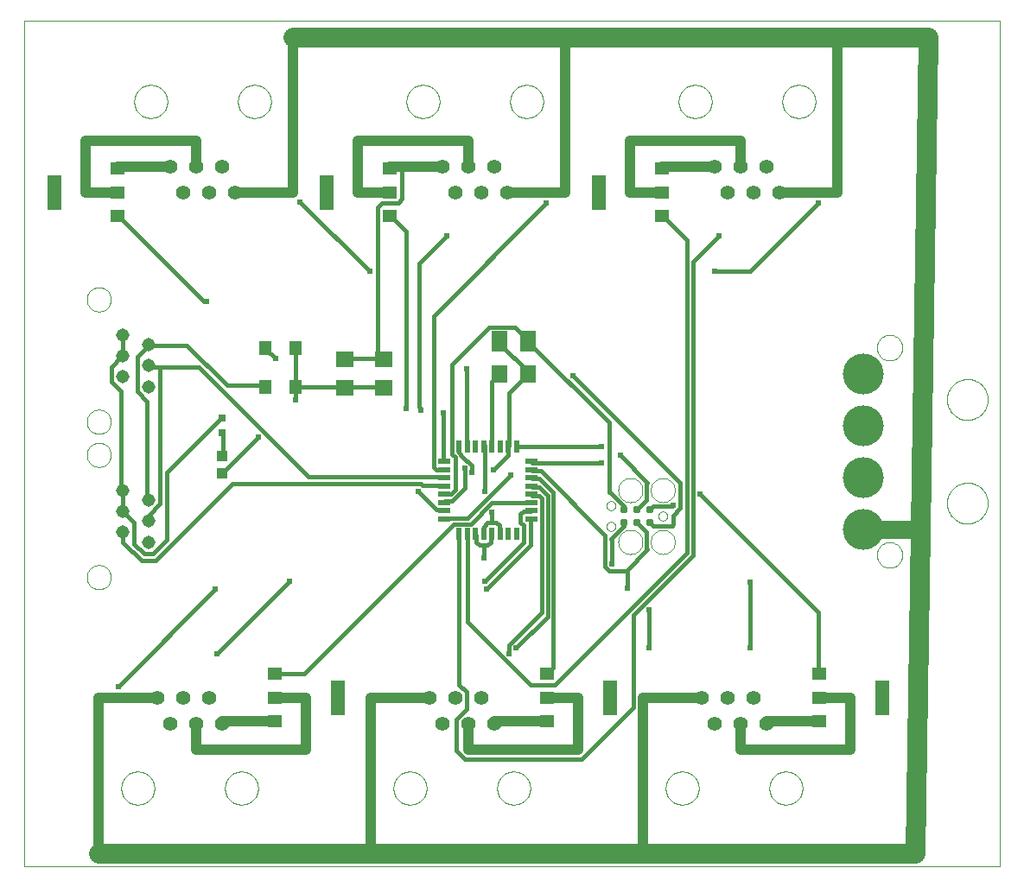
<source format=gtl>
G75*
%MOIN*%
%OFA0B0*%
%FSLAX24Y24*%
%IPPOS*%
%LPD*%
%AMOC8*
5,1,8,0,0,1.08239X$1,22.5*
%
%ADD10C,0.0000*%
%ADD11R,0.0220X0.0500*%
%ADD12R,0.0500X0.0220*%
%ADD13R,0.0630X0.0787*%
%ADD14R,0.0630X0.0709*%
%ADD15R,0.0709X0.0630*%
%ADD16C,0.0515*%
%ADD17R,0.0394X0.0433*%
%ADD18R,0.0315X0.0315*%
%ADD19C,0.0310*%
%ADD20R,0.0472X0.0551*%
%ADD21C,0.0554*%
%ADD22R,0.0551X0.0472*%
%ADD23R,0.0551X0.1378*%
%ADD24C,0.1575*%
%ADD25C,0.0160*%
%ADD26C,0.0240*%
%ADD27C,0.0180*%
%ADD28C,0.0400*%
%ADD29C,0.0760*%
%ADD30C,0.0700*%
D10*
X000100Y000204D02*
X000100Y032825D01*
X037720Y032825D01*
X037720Y000204D01*
X000100Y000204D01*
X003835Y003204D02*
X003837Y003254D01*
X003843Y003304D01*
X003853Y003353D01*
X003866Y003402D01*
X003884Y003449D01*
X003905Y003495D01*
X003929Y003538D01*
X003957Y003580D01*
X003988Y003620D01*
X004022Y003657D01*
X004059Y003691D01*
X004099Y003722D01*
X004141Y003750D01*
X004184Y003774D01*
X004230Y003795D01*
X004277Y003813D01*
X004326Y003826D01*
X004375Y003836D01*
X004425Y003842D01*
X004475Y003844D01*
X004525Y003842D01*
X004575Y003836D01*
X004624Y003826D01*
X004673Y003813D01*
X004720Y003795D01*
X004766Y003774D01*
X004809Y003750D01*
X004851Y003722D01*
X004891Y003691D01*
X004928Y003657D01*
X004962Y003620D01*
X004993Y003580D01*
X005021Y003538D01*
X005045Y003495D01*
X005066Y003449D01*
X005084Y003402D01*
X005097Y003353D01*
X005107Y003304D01*
X005113Y003254D01*
X005115Y003204D01*
X005113Y003154D01*
X005107Y003104D01*
X005097Y003055D01*
X005084Y003006D01*
X005066Y002959D01*
X005045Y002913D01*
X005021Y002870D01*
X004993Y002828D01*
X004962Y002788D01*
X004928Y002751D01*
X004891Y002717D01*
X004851Y002686D01*
X004809Y002658D01*
X004766Y002634D01*
X004720Y002613D01*
X004673Y002595D01*
X004624Y002582D01*
X004575Y002572D01*
X004525Y002566D01*
X004475Y002564D01*
X004425Y002566D01*
X004375Y002572D01*
X004326Y002582D01*
X004277Y002595D01*
X004230Y002613D01*
X004184Y002634D01*
X004141Y002658D01*
X004099Y002686D01*
X004059Y002717D01*
X004022Y002751D01*
X003988Y002788D01*
X003957Y002828D01*
X003929Y002870D01*
X003905Y002913D01*
X003884Y002959D01*
X003866Y003006D01*
X003853Y003055D01*
X003843Y003104D01*
X003837Y003154D01*
X003835Y003204D01*
X007835Y003204D02*
X007837Y003254D01*
X007843Y003304D01*
X007853Y003353D01*
X007866Y003402D01*
X007884Y003449D01*
X007905Y003495D01*
X007929Y003538D01*
X007957Y003580D01*
X007988Y003620D01*
X008022Y003657D01*
X008059Y003691D01*
X008099Y003722D01*
X008141Y003750D01*
X008184Y003774D01*
X008230Y003795D01*
X008277Y003813D01*
X008326Y003826D01*
X008375Y003836D01*
X008425Y003842D01*
X008475Y003844D01*
X008525Y003842D01*
X008575Y003836D01*
X008624Y003826D01*
X008673Y003813D01*
X008720Y003795D01*
X008766Y003774D01*
X008809Y003750D01*
X008851Y003722D01*
X008891Y003691D01*
X008928Y003657D01*
X008962Y003620D01*
X008993Y003580D01*
X009021Y003538D01*
X009045Y003495D01*
X009066Y003449D01*
X009084Y003402D01*
X009097Y003353D01*
X009107Y003304D01*
X009113Y003254D01*
X009115Y003204D01*
X009113Y003154D01*
X009107Y003104D01*
X009097Y003055D01*
X009084Y003006D01*
X009066Y002959D01*
X009045Y002913D01*
X009021Y002870D01*
X008993Y002828D01*
X008962Y002788D01*
X008928Y002751D01*
X008891Y002717D01*
X008851Y002686D01*
X008809Y002658D01*
X008766Y002634D01*
X008720Y002613D01*
X008673Y002595D01*
X008624Y002582D01*
X008575Y002572D01*
X008525Y002566D01*
X008475Y002564D01*
X008425Y002566D01*
X008375Y002572D01*
X008326Y002582D01*
X008277Y002595D01*
X008230Y002613D01*
X008184Y002634D01*
X008141Y002658D01*
X008099Y002686D01*
X008059Y002717D01*
X008022Y002751D01*
X007988Y002788D01*
X007957Y002828D01*
X007929Y002870D01*
X007905Y002913D01*
X007884Y002959D01*
X007866Y003006D01*
X007853Y003055D01*
X007843Y003104D01*
X007837Y003154D01*
X007835Y003204D01*
X014335Y003204D02*
X014337Y003254D01*
X014343Y003304D01*
X014353Y003353D01*
X014366Y003402D01*
X014384Y003449D01*
X014405Y003495D01*
X014429Y003538D01*
X014457Y003580D01*
X014488Y003620D01*
X014522Y003657D01*
X014559Y003691D01*
X014599Y003722D01*
X014641Y003750D01*
X014684Y003774D01*
X014730Y003795D01*
X014777Y003813D01*
X014826Y003826D01*
X014875Y003836D01*
X014925Y003842D01*
X014975Y003844D01*
X015025Y003842D01*
X015075Y003836D01*
X015124Y003826D01*
X015173Y003813D01*
X015220Y003795D01*
X015266Y003774D01*
X015309Y003750D01*
X015351Y003722D01*
X015391Y003691D01*
X015428Y003657D01*
X015462Y003620D01*
X015493Y003580D01*
X015521Y003538D01*
X015545Y003495D01*
X015566Y003449D01*
X015584Y003402D01*
X015597Y003353D01*
X015607Y003304D01*
X015613Y003254D01*
X015615Y003204D01*
X015613Y003154D01*
X015607Y003104D01*
X015597Y003055D01*
X015584Y003006D01*
X015566Y002959D01*
X015545Y002913D01*
X015521Y002870D01*
X015493Y002828D01*
X015462Y002788D01*
X015428Y002751D01*
X015391Y002717D01*
X015351Y002686D01*
X015309Y002658D01*
X015266Y002634D01*
X015220Y002613D01*
X015173Y002595D01*
X015124Y002582D01*
X015075Y002572D01*
X015025Y002566D01*
X014975Y002564D01*
X014925Y002566D01*
X014875Y002572D01*
X014826Y002582D01*
X014777Y002595D01*
X014730Y002613D01*
X014684Y002634D01*
X014641Y002658D01*
X014599Y002686D01*
X014559Y002717D01*
X014522Y002751D01*
X014488Y002788D01*
X014457Y002828D01*
X014429Y002870D01*
X014405Y002913D01*
X014384Y002959D01*
X014366Y003006D01*
X014353Y003055D01*
X014343Y003104D01*
X014337Y003154D01*
X014335Y003204D01*
X018335Y003204D02*
X018337Y003254D01*
X018343Y003304D01*
X018353Y003353D01*
X018366Y003402D01*
X018384Y003449D01*
X018405Y003495D01*
X018429Y003538D01*
X018457Y003580D01*
X018488Y003620D01*
X018522Y003657D01*
X018559Y003691D01*
X018599Y003722D01*
X018641Y003750D01*
X018684Y003774D01*
X018730Y003795D01*
X018777Y003813D01*
X018826Y003826D01*
X018875Y003836D01*
X018925Y003842D01*
X018975Y003844D01*
X019025Y003842D01*
X019075Y003836D01*
X019124Y003826D01*
X019173Y003813D01*
X019220Y003795D01*
X019266Y003774D01*
X019309Y003750D01*
X019351Y003722D01*
X019391Y003691D01*
X019428Y003657D01*
X019462Y003620D01*
X019493Y003580D01*
X019521Y003538D01*
X019545Y003495D01*
X019566Y003449D01*
X019584Y003402D01*
X019597Y003353D01*
X019607Y003304D01*
X019613Y003254D01*
X019615Y003204D01*
X019613Y003154D01*
X019607Y003104D01*
X019597Y003055D01*
X019584Y003006D01*
X019566Y002959D01*
X019545Y002913D01*
X019521Y002870D01*
X019493Y002828D01*
X019462Y002788D01*
X019428Y002751D01*
X019391Y002717D01*
X019351Y002686D01*
X019309Y002658D01*
X019266Y002634D01*
X019220Y002613D01*
X019173Y002595D01*
X019124Y002582D01*
X019075Y002572D01*
X019025Y002566D01*
X018975Y002564D01*
X018925Y002566D01*
X018875Y002572D01*
X018826Y002582D01*
X018777Y002595D01*
X018730Y002613D01*
X018684Y002634D01*
X018641Y002658D01*
X018599Y002686D01*
X018559Y002717D01*
X018522Y002751D01*
X018488Y002788D01*
X018457Y002828D01*
X018429Y002870D01*
X018405Y002913D01*
X018384Y002959D01*
X018366Y003006D01*
X018353Y003055D01*
X018343Y003104D01*
X018337Y003154D01*
X018335Y003204D01*
X024835Y003204D02*
X024837Y003254D01*
X024843Y003304D01*
X024853Y003353D01*
X024866Y003402D01*
X024884Y003449D01*
X024905Y003495D01*
X024929Y003538D01*
X024957Y003580D01*
X024988Y003620D01*
X025022Y003657D01*
X025059Y003691D01*
X025099Y003722D01*
X025141Y003750D01*
X025184Y003774D01*
X025230Y003795D01*
X025277Y003813D01*
X025326Y003826D01*
X025375Y003836D01*
X025425Y003842D01*
X025475Y003844D01*
X025525Y003842D01*
X025575Y003836D01*
X025624Y003826D01*
X025673Y003813D01*
X025720Y003795D01*
X025766Y003774D01*
X025809Y003750D01*
X025851Y003722D01*
X025891Y003691D01*
X025928Y003657D01*
X025962Y003620D01*
X025993Y003580D01*
X026021Y003538D01*
X026045Y003495D01*
X026066Y003449D01*
X026084Y003402D01*
X026097Y003353D01*
X026107Y003304D01*
X026113Y003254D01*
X026115Y003204D01*
X026113Y003154D01*
X026107Y003104D01*
X026097Y003055D01*
X026084Y003006D01*
X026066Y002959D01*
X026045Y002913D01*
X026021Y002870D01*
X025993Y002828D01*
X025962Y002788D01*
X025928Y002751D01*
X025891Y002717D01*
X025851Y002686D01*
X025809Y002658D01*
X025766Y002634D01*
X025720Y002613D01*
X025673Y002595D01*
X025624Y002582D01*
X025575Y002572D01*
X025525Y002566D01*
X025475Y002564D01*
X025425Y002566D01*
X025375Y002572D01*
X025326Y002582D01*
X025277Y002595D01*
X025230Y002613D01*
X025184Y002634D01*
X025141Y002658D01*
X025099Y002686D01*
X025059Y002717D01*
X025022Y002751D01*
X024988Y002788D01*
X024957Y002828D01*
X024929Y002870D01*
X024905Y002913D01*
X024884Y002959D01*
X024866Y003006D01*
X024853Y003055D01*
X024843Y003104D01*
X024837Y003154D01*
X024835Y003204D01*
X028835Y003204D02*
X028837Y003254D01*
X028843Y003304D01*
X028853Y003353D01*
X028866Y003402D01*
X028884Y003449D01*
X028905Y003495D01*
X028929Y003538D01*
X028957Y003580D01*
X028988Y003620D01*
X029022Y003657D01*
X029059Y003691D01*
X029099Y003722D01*
X029141Y003750D01*
X029184Y003774D01*
X029230Y003795D01*
X029277Y003813D01*
X029326Y003826D01*
X029375Y003836D01*
X029425Y003842D01*
X029475Y003844D01*
X029525Y003842D01*
X029575Y003836D01*
X029624Y003826D01*
X029673Y003813D01*
X029720Y003795D01*
X029766Y003774D01*
X029809Y003750D01*
X029851Y003722D01*
X029891Y003691D01*
X029928Y003657D01*
X029962Y003620D01*
X029993Y003580D01*
X030021Y003538D01*
X030045Y003495D01*
X030066Y003449D01*
X030084Y003402D01*
X030097Y003353D01*
X030107Y003304D01*
X030113Y003254D01*
X030115Y003204D01*
X030113Y003154D01*
X030107Y003104D01*
X030097Y003055D01*
X030084Y003006D01*
X030066Y002959D01*
X030045Y002913D01*
X030021Y002870D01*
X029993Y002828D01*
X029962Y002788D01*
X029928Y002751D01*
X029891Y002717D01*
X029851Y002686D01*
X029809Y002658D01*
X029766Y002634D01*
X029720Y002613D01*
X029673Y002595D01*
X029624Y002582D01*
X029575Y002572D01*
X029525Y002566D01*
X029475Y002564D01*
X029425Y002566D01*
X029375Y002572D01*
X029326Y002582D01*
X029277Y002595D01*
X029230Y002613D01*
X029184Y002634D01*
X029141Y002658D01*
X029099Y002686D01*
X029059Y002717D01*
X029022Y002751D01*
X028988Y002788D01*
X028957Y002828D01*
X028929Y002870D01*
X028905Y002913D01*
X028884Y002959D01*
X028866Y003006D01*
X028853Y003055D01*
X028843Y003104D01*
X028837Y003154D01*
X028835Y003204D01*
X032983Y012204D02*
X032985Y012248D01*
X032991Y012292D01*
X033001Y012335D01*
X033014Y012377D01*
X033032Y012417D01*
X033053Y012456D01*
X033077Y012493D01*
X033104Y012528D01*
X033135Y012560D01*
X033168Y012589D01*
X033204Y012615D01*
X033242Y012637D01*
X033282Y012656D01*
X033323Y012672D01*
X033366Y012684D01*
X033409Y012692D01*
X033453Y012696D01*
X033497Y012696D01*
X033541Y012692D01*
X033584Y012684D01*
X033627Y012672D01*
X033668Y012656D01*
X033708Y012637D01*
X033746Y012615D01*
X033782Y012589D01*
X033815Y012560D01*
X033846Y012528D01*
X033873Y012493D01*
X033897Y012456D01*
X033918Y012417D01*
X033936Y012377D01*
X033949Y012335D01*
X033959Y012292D01*
X033965Y012248D01*
X033967Y012204D01*
X033965Y012160D01*
X033959Y012116D01*
X033949Y012073D01*
X033936Y012031D01*
X033918Y011991D01*
X033897Y011952D01*
X033873Y011915D01*
X033846Y011880D01*
X033815Y011848D01*
X033782Y011819D01*
X033746Y011793D01*
X033708Y011771D01*
X033668Y011752D01*
X033627Y011736D01*
X033584Y011724D01*
X033541Y011716D01*
X033497Y011712D01*
X033453Y011712D01*
X033409Y011716D01*
X033366Y011724D01*
X033323Y011736D01*
X033282Y011752D01*
X033242Y011771D01*
X033204Y011793D01*
X033168Y011819D01*
X033135Y011848D01*
X033104Y011880D01*
X033077Y011915D01*
X033053Y011952D01*
X033032Y011991D01*
X033014Y012031D01*
X033001Y012073D01*
X032991Y012116D01*
X032985Y012160D01*
X032983Y012204D01*
X035688Y014204D02*
X035690Y014260D01*
X035696Y014315D01*
X035706Y014369D01*
X035719Y014423D01*
X035737Y014476D01*
X035758Y014527D01*
X035782Y014577D01*
X035810Y014625D01*
X035842Y014671D01*
X035876Y014715D01*
X035914Y014756D01*
X035954Y014794D01*
X035997Y014829D01*
X036042Y014861D01*
X036090Y014890D01*
X036139Y014916D01*
X036190Y014938D01*
X036242Y014956D01*
X036296Y014970D01*
X036351Y014981D01*
X036406Y014988D01*
X036461Y014991D01*
X036517Y014990D01*
X036572Y014985D01*
X036627Y014976D01*
X036681Y014964D01*
X036734Y014947D01*
X036786Y014927D01*
X036836Y014903D01*
X036884Y014876D01*
X036931Y014846D01*
X036975Y014812D01*
X037017Y014775D01*
X037055Y014735D01*
X037092Y014693D01*
X037125Y014648D01*
X037154Y014602D01*
X037181Y014553D01*
X037203Y014502D01*
X037223Y014450D01*
X037238Y014396D01*
X037250Y014342D01*
X037258Y014287D01*
X037262Y014232D01*
X037262Y014176D01*
X037258Y014121D01*
X037250Y014066D01*
X037238Y014012D01*
X037223Y013958D01*
X037203Y013906D01*
X037181Y013855D01*
X037154Y013806D01*
X037125Y013760D01*
X037092Y013715D01*
X037055Y013673D01*
X037017Y013633D01*
X036975Y013596D01*
X036931Y013562D01*
X036884Y013532D01*
X036836Y013505D01*
X036786Y013481D01*
X036734Y013461D01*
X036681Y013444D01*
X036627Y013432D01*
X036572Y013423D01*
X036517Y013418D01*
X036461Y013417D01*
X036406Y013420D01*
X036351Y013427D01*
X036296Y013438D01*
X036242Y013452D01*
X036190Y013470D01*
X036139Y013492D01*
X036090Y013518D01*
X036042Y013547D01*
X035997Y013579D01*
X035954Y013614D01*
X035914Y013652D01*
X035876Y013693D01*
X035842Y013737D01*
X035810Y013783D01*
X035782Y013831D01*
X035758Y013881D01*
X035737Y013932D01*
X035719Y013985D01*
X035706Y014039D01*
X035696Y014093D01*
X035690Y014148D01*
X035688Y014204D01*
X035688Y018204D02*
X035690Y018260D01*
X035696Y018315D01*
X035706Y018369D01*
X035719Y018423D01*
X035737Y018476D01*
X035758Y018527D01*
X035782Y018577D01*
X035810Y018625D01*
X035842Y018671D01*
X035876Y018715D01*
X035914Y018756D01*
X035954Y018794D01*
X035997Y018829D01*
X036042Y018861D01*
X036090Y018890D01*
X036139Y018916D01*
X036190Y018938D01*
X036242Y018956D01*
X036296Y018970D01*
X036351Y018981D01*
X036406Y018988D01*
X036461Y018991D01*
X036517Y018990D01*
X036572Y018985D01*
X036627Y018976D01*
X036681Y018964D01*
X036734Y018947D01*
X036786Y018927D01*
X036836Y018903D01*
X036884Y018876D01*
X036931Y018846D01*
X036975Y018812D01*
X037017Y018775D01*
X037055Y018735D01*
X037092Y018693D01*
X037125Y018648D01*
X037154Y018602D01*
X037181Y018553D01*
X037203Y018502D01*
X037223Y018450D01*
X037238Y018396D01*
X037250Y018342D01*
X037258Y018287D01*
X037262Y018232D01*
X037262Y018176D01*
X037258Y018121D01*
X037250Y018066D01*
X037238Y018012D01*
X037223Y017958D01*
X037203Y017906D01*
X037181Y017855D01*
X037154Y017806D01*
X037125Y017760D01*
X037092Y017715D01*
X037055Y017673D01*
X037017Y017633D01*
X036975Y017596D01*
X036931Y017562D01*
X036884Y017532D01*
X036836Y017505D01*
X036786Y017481D01*
X036734Y017461D01*
X036681Y017444D01*
X036627Y017432D01*
X036572Y017423D01*
X036517Y017418D01*
X036461Y017417D01*
X036406Y017420D01*
X036351Y017427D01*
X036296Y017438D01*
X036242Y017452D01*
X036190Y017470D01*
X036139Y017492D01*
X036090Y017518D01*
X036042Y017547D01*
X035997Y017579D01*
X035954Y017614D01*
X035914Y017652D01*
X035876Y017693D01*
X035842Y017737D01*
X035810Y017783D01*
X035782Y017831D01*
X035758Y017881D01*
X035737Y017932D01*
X035719Y017985D01*
X035706Y018039D01*
X035696Y018093D01*
X035690Y018148D01*
X035688Y018204D01*
X032983Y020204D02*
X032985Y020248D01*
X032991Y020292D01*
X033001Y020335D01*
X033014Y020377D01*
X033032Y020417D01*
X033053Y020456D01*
X033077Y020493D01*
X033104Y020528D01*
X033135Y020560D01*
X033168Y020589D01*
X033204Y020615D01*
X033242Y020637D01*
X033282Y020656D01*
X033323Y020672D01*
X033366Y020684D01*
X033409Y020692D01*
X033453Y020696D01*
X033497Y020696D01*
X033541Y020692D01*
X033584Y020684D01*
X033627Y020672D01*
X033668Y020656D01*
X033708Y020637D01*
X033746Y020615D01*
X033782Y020589D01*
X033815Y020560D01*
X033846Y020528D01*
X033873Y020493D01*
X033897Y020456D01*
X033918Y020417D01*
X033936Y020377D01*
X033949Y020335D01*
X033959Y020292D01*
X033965Y020248D01*
X033967Y020204D01*
X033965Y020160D01*
X033959Y020116D01*
X033949Y020073D01*
X033936Y020031D01*
X033918Y019991D01*
X033897Y019952D01*
X033873Y019915D01*
X033846Y019880D01*
X033815Y019848D01*
X033782Y019819D01*
X033746Y019793D01*
X033708Y019771D01*
X033668Y019752D01*
X033627Y019736D01*
X033584Y019724D01*
X033541Y019716D01*
X033497Y019712D01*
X033453Y019712D01*
X033409Y019716D01*
X033366Y019724D01*
X033323Y019736D01*
X033282Y019752D01*
X033242Y019771D01*
X033204Y019793D01*
X033168Y019819D01*
X033135Y019848D01*
X033104Y019880D01*
X033077Y019915D01*
X033053Y019952D01*
X033032Y019991D01*
X033014Y020031D01*
X033001Y020073D01*
X032991Y020116D01*
X032985Y020160D01*
X032983Y020204D01*
X024258Y014704D02*
X024260Y014747D01*
X024266Y014790D01*
X024276Y014832D01*
X024290Y014873D01*
X024307Y014912D01*
X024328Y014950D01*
X024352Y014985D01*
X024380Y015019D01*
X024410Y015049D01*
X024444Y015077D01*
X024479Y015101D01*
X024517Y015122D01*
X024556Y015139D01*
X024597Y015153D01*
X024639Y015163D01*
X024682Y015169D01*
X024725Y015171D01*
X024768Y015169D01*
X024811Y015163D01*
X024853Y015153D01*
X024894Y015139D01*
X024933Y015122D01*
X024971Y015101D01*
X025006Y015077D01*
X025040Y015049D01*
X025070Y015019D01*
X025098Y014985D01*
X025122Y014950D01*
X025143Y014912D01*
X025160Y014873D01*
X025174Y014832D01*
X025184Y014790D01*
X025190Y014747D01*
X025192Y014704D01*
X025190Y014661D01*
X025184Y014618D01*
X025174Y014576D01*
X025160Y014535D01*
X025143Y014496D01*
X025122Y014458D01*
X025098Y014423D01*
X025070Y014389D01*
X025040Y014359D01*
X025006Y014331D01*
X024971Y014307D01*
X024933Y014286D01*
X024894Y014269D01*
X024853Y014255D01*
X024811Y014245D01*
X024768Y014239D01*
X024725Y014237D01*
X024682Y014239D01*
X024639Y014245D01*
X024597Y014255D01*
X024556Y014269D01*
X024517Y014286D01*
X024479Y014307D01*
X024444Y014331D01*
X024410Y014359D01*
X024380Y014389D01*
X024352Y014423D01*
X024328Y014458D01*
X024307Y014496D01*
X024290Y014535D01*
X024276Y014576D01*
X024266Y014618D01*
X024260Y014661D01*
X024258Y014704D01*
X023008Y014704D02*
X023010Y014747D01*
X023016Y014790D01*
X023026Y014832D01*
X023040Y014873D01*
X023057Y014912D01*
X023078Y014950D01*
X023102Y014985D01*
X023130Y015019D01*
X023160Y015049D01*
X023194Y015077D01*
X023229Y015101D01*
X023267Y015122D01*
X023306Y015139D01*
X023347Y015153D01*
X023389Y015163D01*
X023432Y015169D01*
X023475Y015171D01*
X023518Y015169D01*
X023561Y015163D01*
X023603Y015153D01*
X023644Y015139D01*
X023683Y015122D01*
X023721Y015101D01*
X023756Y015077D01*
X023790Y015049D01*
X023820Y015019D01*
X023848Y014985D01*
X023872Y014950D01*
X023893Y014912D01*
X023910Y014873D01*
X023924Y014832D01*
X023934Y014790D01*
X023940Y014747D01*
X023942Y014704D01*
X023940Y014661D01*
X023934Y014618D01*
X023924Y014576D01*
X023910Y014535D01*
X023893Y014496D01*
X023872Y014458D01*
X023848Y014423D01*
X023820Y014389D01*
X023790Y014359D01*
X023756Y014331D01*
X023721Y014307D01*
X023683Y014286D01*
X023644Y014269D01*
X023603Y014255D01*
X023561Y014245D01*
X023518Y014239D01*
X023475Y014237D01*
X023432Y014239D01*
X023389Y014245D01*
X023347Y014255D01*
X023306Y014269D01*
X023267Y014286D01*
X023229Y014307D01*
X023194Y014331D01*
X023160Y014359D01*
X023130Y014389D01*
X023102Y014423D01*
X023078Y014458D01*
X023057Y014496D01*
X023040Y014535D01*
X023026Y014576D01*
X023016Y014618D01*
X023010Y014661D01*
X023008Y014704D01*
X022550Y014104D02*
X022552Y014130D01*
X022558Y014156D01*
X022567Y014180D01*
X022580Y014203D01*
X022597Y014223D01*
X022616Y014241D01*
X022638Y014256D01*
X022661Y014267D01*
X022686Y014275D01*
X022712Y014279D01*
X022738Y014279D01*
X022764Y014275D01*
X022789Y014267D01*
X022813Y014256D01*
X022834Y014241D01*
X022853Y014223D01*
X022870Y014203D01*
X022883Y014180D01*
X022892Y014156D01*
X022898Y014130D01*
X022900Y014104D01*
X022898Y014078D01*
X022892Y014052D01*
X022883Y014028D01*
X022870Y014005D01*
X022853Y013985D01*
X022834Y013967D01*
X022812Y013952D01*
X022789Y013941D01*
X022764Y013933D01*
X022738Y013929D01*
X022712Y013929D01*
X022686Y013933D01*
X022661Y013941D01*
X022637Y013952D01*
X022616Y013967D01*
X022597Y013985D01*
X022580Y014005D01*
X022567Y014028D01*
X022558Y014052D01*
X022552Y014078D01*
X022550Y014104D01*
X022550Y013304D02*
X022552Y013330D01*
X022558Y013356D01*
X022567Y013380D01*
X022580Y013403D01*
X022597Y013423D01*
X022616Y013441D01*
X022638Y013456D01*
X022661Y013467D01*
X022686Y013475D01*
X022712Y013479D01*
X022738Y013479D01*
X022764Y013475D01*
X022789Y013467D01*
X022813Y013456D01*
X022834Y013441D01*
X022853Y013423D01*
X022870Y013403D01*
X022883Y013380D01*
X022892Y013356D01*
X022898Y013330D01*
X022900Y013304D01*
X022898Y013278D01*
X022892Y013252D01*
X022883Y013228D01*
X022870Y013205D01*
X022853Y013185D01*
X022834Y013167D01*
X022812Y013152D01*
X022789Y013141D01*
X022764Y013133D01*
X022738Y013129D01*
X022712Y013129D01*
X022686Y013133D01*
X022661Y013141D01*
X022637Y013152D01*
X022616Y013167D01*
X022597Y013185D01*
X022580Y013205D01*
X022567Y013228D01*
X022558Y013252D01*
X022552Y013278D01*
X022550Y013304D01*
X023008Y012704D02*
X023010Y012747D01*
X023016Y012790D01*
X023026Y012832D01*
X023040Y012873D01*
X023057Y012912D01*
X023078Y012950D01*
X023102Y012985D01*
X023130Y013019D01*
X023160Y013049D01*
X023194Y013077D01*
X023229Y013101D01*
X023267Y013122D01*
X023306Y013139D01*
X023347Y013153D01*
X023389Y013163D01*
X023432Y013169D01*
X023475Y013171D01*
X023518Y013169D01*
X023561Y013163D01*
X023603Y013153D01*
X023644Y013139D01*
X023683Y013122D01*
X023721Y013101D01*
X023756Y013077D01*
X023790Y013049D01*
X023820Y013019D01*
X023848Y012985D01*
X023872Y012950D01*
X023893Y012912D01*
X023910Y012873D01*
X023924Y012832D01*
X023934Y012790D01*
X023940Y012747D01*
X023942Y012704D01*
X023940Y012661D01*
X023934Y012618D01*
X023924Y012576D01*
X023910Y012535D01*
X023893Y012496D01*
X023872Y012458D01*
X023848Y012423D01*
X023820Y012389D01*
X023790Y012359D01*
X023756Y012331D01*
X023721Y012307D01*
X023683Y012286D01*
X023644Y012269D01*
X023603Y012255D01*
X023561Y012245D01*
X023518Y012239D01*
X023475Y012237D01*
X023432Y012239D01*
X023389Y012245D01*
X023347Y012255D01*
X023306Y012269D01*
X023267Y012286D01*
X023229Y012307D01*
X023194Y012331D01*
X023160Y012359D01*
X023130Y012389D01*
X023102Y012423D01*
X023078Y012458D01*
X023057Y012496D01*
X023040Y012535D01*
X023026Y012576D01*
X023016Y012618D01*
X023010Y012661D01*
X023008Y012704D01*
X024258Y012704D02*
X024260Y012747D01*
X024266Y012790D01*
X024276Y012832D01*
X024290Y012873D01*
X024307Y012912D01*
X024328Y012950D01*
X024352Y012985D01*
X024380Y013019D01*
X024410Y013049D01*
X024444Y013077D01*
X024479Y013101D01*
X024517Y013122D01*
X024556Y013139D01*
X024597Y013153D01*
X024639Y013163D01*
X024682Y013169D01*
X024725Y013171D01*
X024768Y013169D01*
X024811Y013163D01*
X024853Y013153D01*
X024894Y013139D01*
X024933Y013122D01*
X024971Y013101D01*
X025006Y013077D01*
X025040Y013049D01*
X025070Y013019D01*
X025098Y012985D01*
X025122Y012950D01*
X025143Y012912D01*
X025160Y012873D01*
X025174Y012832D01*
X025184Y012790D01*
X025190Y012747D01*
X025192Y012704D01*
X025190Y012661D01*
X025184Y012618D01*
X025174Y012576D01*
X025160Y012535D01*
X025143Y012496D01*
X025122Y012458D01*
X025098Y012423D01*
X025070Y012389D01*
X025040Y012359D01*
X025006Y012331D01*
X024971Y012307D01*
X024933Y012286D01*
X024894Y012269D01*
X024853Y012255D01*
X024811Y012245D01*
X024768Y012239D01*
X024725Y012237D01*
X024682Y012239D01*
X024639Y012245D01*
X024597Y012255D01*
X024556Y012269D01*
X024517Y012286D01*
X024479Y012307D01*
X024444Y012331D01*
X024410Y012359D01*
X024380Y012389D01*
X024352Y012423D01*
X024328Y012458D01*
X024307Y012496D01*
X024290Y012535D01*
X024276Y012576D01*
X024266Y012618D01*
X024260Y012661D01*
X024258Y012704D01*
X024550Y013704D02*
X024552Y013730D01*
X024558Y013756D01*
X024567Y013780D01*
X024580Y013803D01*
X024597Y013823D01*
X024616Y013841D01*
X024638Y013856D01*
X024661Y013867D01*
X024686Y013875D01*
X024712Y013879D01*
X024738Y013879D01*
X024764Y013875D01*
X024789Y013867D01*
X024813Y013856D01*
X024834Y013841D01*
X024853Y013823D01*
X024870Y013803D01*
X024883Y013780D01*
X024892Y013756D01*
X024898Y013730D01*
X024900Y013704D01*
X024898Y013678D01*
X024892Y013652D01*
X024883Y013628D01*
X024870Y013605D01*
X024853Y013585D01*
X024834Y013567D01*
X024812Y013552D01*
X024789Y013541D01*
X024764Y013533D01*
X024738Y013529D01*
X024712Y013529D01*
X024686Y013533D01*
X024661Y013541D01*
X024637Y013552D01*
X024616Y013567D01*
X024597Y013585D01*
X024580Y013605D01*
X024567Y013628D01*
X024558Y013652D01*
X024552Y013678D01*
X024550Y013704D01*
X025335Y029704D02*
X025337Y029754D01*
X025343Y029804D01*
X025353Y029853D01*
X025366Y029902D01*
X025384Y029949D01*
X025405Y029995D01*
X025429Y030038D01*
X025457Y030080D01*
X025488Y030120D01*
X025522Y030157D01*
X025559Y030191D01*
X025599Y030222D01*
X025641Y030250D01*
X025684Y030274D01*
X025730Y030295D01*
X025777Y030313D01*
X025826Y030326D01*
X025875Y030336D01*
X025925Y030342D01*
X025975Y030344D01*
X026025Y030342D01*
X026075Y030336D01*
X026124Y030326D01*
X026173Y030313D01*
X026220Y030295D01*
X026266Y030274D01*
X026309Y030250D01*
X026351Y030222D01*
X026391Y030191D01*
X026428Y030157D01*
X026462Y030120D01*
X026493Y030080D01*
X026521Y030038D01*
X026545Y029995D01*
X026566Y029949D01*
X026584Y029902D01*
X026597Y029853D01*
X026607Y029804D01*
X026613Y029754D01*
X026615Y029704D01*
X026613Y029654D01*
X026607Y029604D01*
X026597Y029555D01*
X026584Y029506D01*
X026566Y029459D01*
X026545Y029413D01*
X026521Y029370D01*
X026493Y029328D01*
X026462Y029288D01*
X026428Y029251D01*
X026391Y029217D01*
X026351Y029186D01*
X026309Y029158D01*
X026266Y029134D01*
X026220Y029113D01*
X026173Y029095D01*
X026124Y029082D01*
X026075Y029072D01*
X026025Y029066D01*
X025975Y029064D01*
X025925Y029066D01*
X025875Y029072D01*
X025826Y029082D01*
X025777Y029095D01*
X025730Y029113D01*
X025684Y029134D01*
X025641Y029158D01*
X025599Y029186D01*
X025559Y029217D01*
X025522Y029251D01*
X025488Y029288D01*
X025457Y029328D01*
X025429Y029370D01*
X025405Y029413D01*
X025384Y029459D01*
X025366Y029506D01*
X025353Y029555D01*
X025343Y029604D01*
X025337Y029654D01*
X025335Y029704D01*
X029335Y029704D02*
X029337Y029754D01*
X029343Y029804D01*
X029353Y029853D01*
X029366Y029902D01*
X029384Y029949D01*
X029405Y029995D01*
X029429Y030038D01*
X029457Y030080D01*
X029488Y030120D01*
X029522Y030157D01*
X029559Y030191D01*
X029599Y030222D01*
X029641Y030250D01*
X029684Y030274D01*
X029730Y030295D01*
X029777Y030313D01*
X029826Y030326D01*
X029875Y030336D01*
X029925Y030342D01*
X029975Y030344D01*
X030025Y030342D01*
X030075Y030336D01*
X030124Y030326D01*
X030173Y030313D01*
X030220Y030295D01*
X030266Y030274D01*
X030309Y030250D01*
X030351Y030222D01*
X030391Y030191D01*
X030428Y030157D01*
X030462Y030120D01*
X030493Y030080D01*
X030521Y030038D01*
X030545Y029995D01*
X030566Y029949D01*
X030584Y029902D01*
X030597Y029853D01*
X030607Y029804D01*
X030613Y029754D01*
X030615Y029704D01*
X030613Y029654D01*
X030607Y029604D01*
X030597Y029555D01*
X030584Y029506D01*
X030566Y029459D01*
X030545Y029413D01*
X030521Y029370D01*
X030493Y029328D01*
X030462Y029288D01*
X030428Y029251D01*
X030391Y029217D01*
X030351Y029186D01*
X030309Y029158D01*
X030266Y029134D01*
X030220Y029113D01*
X030173Y029095D01*
X030124Y029082D01*
X030075Y029072D01*
X030025Y029066D01*
X029975Y029064D01*
X029925Y029066D01*
X029875Y029072D01*
X029826Y029082D01*
X029777Y029095D01*
X029730Y029113D01*
X029684Y029134D01*
X029641Y029158D01*
X029599Y029186D01*
X029559Y029217D01*
X029522Y029251D01*
X029488Y029288D01*
X029457Y029328D01*
X029429Y029370D01*
X029405Y029413D01*
X029384Y029459D01*
X029366Y029506D01*
X029353Y029555D01*
X029343Y029604D01*
X029337Y029654D01*
X029335Y029704D01*
X018835Y029704D02*
X018837Y029754D01*
X018843Y029804D01*
X018853Y029853D01*
X018866Y029902D01*
X018884Y029949D01*
X018905Y029995D01*
X018929Y030038D01*
X018957Y030080D01*
X018988Y030120D01*
X019022Y030157D01*
X019059Y030191D01*
X019099Y030222D01*
X019141Y030250D01*
X019184Y030274D01*
X019230Y030295D01*
X019277Y030313D01*
X019326Y030326D01*
X019375Y030336D01*
X019425Y030342D01*
X019475Y030344D01*
X019525Y030342D01*
X019575Y030336D01*
X019624Y030326D01*
X019673Y030313D01*
X019720Y030295D01*
X019766Y030274D01*
X019809Y030250D01*
X019851Y030222D01*
X019891Y030191D01*
X019928Y030157D01*
X019962Y030120D01*
X019993Y030080D01*
X020021Y030038D01*
X020045Y029995D01*
X020066Y029949D01*
X020084Y029902D01*
X020097Y029853D01*
X020107Y029804D01*
X020113Y029754D01*
X020115Y029704D01*
X020113Y029654D01*
X020107Y029604D01*
X020097Y029555D01*
X020084Y029506D01*
X020066Y029459D01*
X020045Y029413D01*
X020021Y029370D01*
X019993Y029328D01*
X019962Y029288D01*
X019928Y029251D01*
X019891Y029217D01*
X019851Y029186D01*
X019809Y029158D01*
X019766Y029134D01*
X019720Y029113D01*
X019673Y029095D01*
X019624Y029082D01*
X019575Y029072D01*
X019525Y029066D01*
X019475Y029064D01*
X019425Y029066D01*
X019375Y029072D01*
X019326Y029082D01*
X019277Y029095D01*
X019230Y029113D01*
X019184Y029134D01*
X019141Y029158D01*
X019099Y029186D01*
X019059Y029217D01*
X019022Y029251D01*
X018988Y029288D01*
X018957Y029328D01*
X018929Y029370D01*
X018905Y029413D01*
X018884Y029459D01*
X018866Y029506D01*
X018853Y029555D01*
X018843Y029604D01*
X018837Y029654D01*
X018835Y029704D01*
X014835Y029704D02*
X014837Y029754D01*
X014843Y029804D01*
X014853Y029853D01*
X014866Y029902D01*
X014884Y029949D01*
X014905Y029995D01*
X014929Y030038D01*
X014957Y030080D01*
X014988Y030120D01*
X015022Y030157D01*
X015059Y030191D01*
X015099Y030222D01*
X015141Y030250D01*
X015184Y030274D01*
X015230Y030295D01*
X015277Y030313D01*
X015326Y030326D01*
X015375Y030336D01*
X015425Y030342D01*
X015475Y030344D01*
X015525Y030342D01*
X015575Y030336D01*
X015624Y030326D01*
X015673Y030313D01*
X015720Y030295D01*
X015766Y030274D01*
X015809Y030250D01*
X015851Y030222D01*
X015891Y030191D01*
X015928Y030157D01*
X015962Y030120D01*
X015993Y030080D01*
X016021Y030038D01*
X016045Y029995D01*
X016066Y029949D01*
X016084Y029902D01*
X016097Y029853D01*
X016107Y029804D01*
X016113Y029754D01*
X016115Y029704D01*
X016113Y029654D01*
X016107Y029604D01*
X016097Y029555D01*
X016084Y029506D01*
X016066Y029459D01*
X016045Y029413D01*
X016021Y029370D01*
X015993Y029328D01*
X015962Y029288D01*
X015928Y029251D01*
X015891Y029217D01*
X015851Y029186D01*
X015809Y029158D01*
X015766Y029134D01*
X015720Y029113D01*
X015673Y029095D01*
X015624Y029082D01*
X015575Y029072D01*
X015525Y029066D01*
X015475Y029064D01*
X015425Y029066D01*
X015375Y029072D01*
X015326Y029082D01*
X015277Y029095D01*
X015230Y029113D01*
X015184Y029134D01*
X015141Y029158D01*
X015099Y029186D01*
X015059Y029217D01*
X015022Y029251D01*
X014988Y029288D01*
X014957Y029328D01*
X014929Y029370D01*
X014905Y029413D01*
X014884Y029459D01*
X014866Y029506D01*
X014853Y029555D01*
X014843Y029604D01*
X014837Y029654D01*
X014835Y029704D01*
X008335Y029704D02*
X008337Y029754D01*
X008343Y029804D01*
X008353Y029853D01*
X008366Y029902D01*
X008384Y029949D01*
X008405Y029995D01*
X008429Y030038D01*
X008457Y030080D01*
X008488Y030120D01*
X008522Y030157D01*
X008559Y030191D01*
X008599Y030222D01*
X008641Y030250D01*
X008684Y030274D01*
X008730Y030295D01*
X008777Y030313D01*
X008826Y030326D01*
X008875Y030336D01*
X008925Y030342D01*
X008975Y030344D01*
X009025Y030342D01*
X009075Y030336D01*
X009124Y030326D01*
X009173Y030313D01*
X009220Y030295D01*
X009266Y030274D01*
X009309Y030250D01*
X009351Y030222D01*
X009391Y030191D01*
X009428Y030157D01*
X009462Y030120D01*
X009493Y030080D01*
X009521Y030038D01*
X009545Y029995D01*
X009566Y029949D01*
X009584Y029902D01*
X009597Y029853D01*
X009607Y029804D01*
X009613Y029754D01*
X009615Y029704D01*
X009613Y029654D01*
X009607Y029604D01*
X009597Y029555D01*
X009584Y029506D01*
X009566Y029459D01*
X009545Y029413D01*
X009521Y029370D01*
X009493Y029328D01*
X009462Y029288D01*
X009428Y029251D01*
X009391Y029217D01*
X009351Y029186D01*
X009309Y029158D01*
X009266Y029134D01*
X009220Y029113D01*
X009173Y029095D01*
X009124Y029082D01*
X009075Y029072D01*
X009025Y029066D01*
X008975Y029064D01*
X008925Y029066D01*
X008875Y029072D01*
X008826Y029082D01*
X008777Y029095D01*
X008730Y029113D01*
X008684Y029134D01*
X008641Y029158D01*
X008599Y029186D01*
X008559Y029217D01*
X008522Y029251D01*
X008488Y029288D01*
X008457Y029328D01*
X008429Y029370D01*
X008405Y029413D01*
X008384Y029459D01*
X008366Y029506D01*
X008353Y029555D01*
X008343Y029604D01*
X008337Y029654D01*
X008335Y029704D01*
X004335Y029704D02*
X004337Y029754D01*
X004343Y029804D01*
X004353Y029853D01*
X004366Y029902D01*
X004384Y029949D01*
X004405Y029995D01*
X004429Y030038D01*
X004457Y030080D01*
X004488Y030120D01*
X004522Y030157D01*
X004559Y030191D01*
X004599Y030222D01*
X004641Y030250D01*
X004684Y030274D01*
X004730Y030295D01*
X004777Y030313D01*
X004826Y030326D01*
X004875Y030336D01*
X004925Y030342D01*
X004975Y030344D01*
X005025Y030342D01*
X005075Y030336D01*
X005124Y030326D01*
X005173Y030313D01*
X005220Y030295D01*
X005266Y030274D01*
X005309Y030250D01*
X005351Y030222D01*
X005391Y030191D01*
X005428Y030157D01*
X005462Y030120D01*
X005493Y030080D01*
X005521Y030038D01*
X005545Y029995D01*
X005566Y029949D01*
X005584Y029902D01*
X005597Y029853D01*
X005607Y029804D01*
X005613Y029754D01*
X005615Y029704D01*
X005613Y029654D01*
X005607Y029604D01*
X005597Y029555D01*
X005584Y029506D01*
X005566Y029459D01*
X005545Y029413D01*
X005521Y029370D01*
X005493Y029328D01*
X005462Y029288D01*
X005428Y029251D01*
X005391Y029217D01*
X005351Y029186D01*
X005309Y029158D01*
X005266Y029134D01*
X005220Y029113D01*
X005173Y029095D01*
X005124Y029082D01*
X005075Y029072D01*
X005025Y029066D01*
X004975Y029064D01*
X004925Y029066D01*
X004875Y029072D01*
X004826Y029082D01*
X004777Y029095D01*
X004730Y029113D01*
X004684Y029134D01*
X004641Y029158D01*
X004599Y029186D01*
X004559Y029217D01*
X004522Y029251D01*
X004488Y029288D01*
X004457Y029328D01*
X004429Y029370D01*
X004405Y029413D01*
X004384Y029459D01*
X004366Y029506D01*
X004353Y029555D01*
X004343Y029604D01*
X004337Y029654D01*
X004335Y029704D01*
X002510Y022066D02*
X002512Y022109D01*
X002518Y022151D01*
X002528Y022193D01*
X002541Y022234D01*
X002559Y022273D01*
X002580Y022311D01*
X002604Y022346D01*
X002631Y022379D01*
X002662Y022410D01*
X002695Y022437D01*
X002730Y022461D01*
X002768Y022482D01*
X002807Y022500D01*
X002848Y022513D01*
X002890Y022523D01*
X002932Y022529D01*
X002975Y022531D01*
X003018Y022529D01*
X003060Y022523D01*
X003102Y022513D01*
X003143Y022500D01*
X003182Y022482D01*
X003220Y022461D01*
X003255Y022437D01*
X003288Y022410D01*
X003319Y022379D01*
X003346Y022346D01*
X003370Y022311D01*
X003391Y022273D01*
X003409Y022234D01*
X003422Y022193D01*
X003432Y022151D01*
X003438Y022109D01*
X003440Y022066D01*
X003438Y022023D01*
X003432Y021981D01*
X003422Y021939D01*
X003409Y021898D01*
X003391Y021859D01*
X003370Y021821D01*
X003346Y021786D01*
X003319Y021753D01*
X003288Y021722D01*
X003255Y021695D01*
X003220Y021671D01*
X003182Y021650D01*
X003143Y021632D01*
X003102Y021619D01*
X003060Y021609D01*
X003018Y021603D01*
X002975Y021601D01*
X002932Y021603D01*
X002890Y021609D01*
X002848Y021619D01*
X002807Y021632D01*
X002768Y021650D01*
X002730Y021671D01*
X002695Y021695D01*
X002662Y021722D01*
X002631Y021753D01*
X002604Y021786D01*
X002580Y021821D01*
X002559Y021859D01*
X002541Y021898D01*
X002528Y021939D01*
X002518Y021981D01*
X002512Y022023D01*
X002510Y022066D01*
X002510Y017342D02*
X002512Y017385D01*
X002518Y017427D01*
X002528Y017469D01*
X002541Y017510D01*
X002559Y017549D01*
X002580Y017587D01*
X002604Y017622D01*
X002631Y017655D01*
X002662Y017686D01*
X002695Y017713D01*
X002730Y017737D01*
X002768Y017758D01*
X002807Y017776D01*
X002848Y017789D01*
X002890Y017799D01*
X002932Y017805D01*
X002975Y017807D01*
X003018Y017805D01*
X003060Y017799D01*
X003102Y017789D01*
X003143Y017776D01*
X003182Y017758D01*
X003220Y017737D01*
X003255Y017713D01*
X003288Y017686D01*
X003319Y017655D01*
X003346Y017622D01*
X003370Y017587D01*
X003391Y017549D01*
X003409Y017510D01*
X003422Y017469D01*
X003432Y017427D01*
X003438Y017385D01*
X003440Y017342D01*
X003438Y017299D01*
X003432Y017257D01*
X003422Y017215D01*
X003409Y017174D01*
X003391Y017135D01*
X003370Y017097D01*
X003346Y017062D01*
X003319Y017029D01*
X003288Y016998D01*
X003255Y016971D01*
X003220Y016947D01*
X003182Y016926D01*
X003143Y016908D01*
X003102Y016895D01*
X003060Y016885D01*
X003018Y016879D01*
X002975Y016877D01*
X002932Y016879D01*
X002890Y016885D01*
X002848Y016895D01*
X002807Y016908D01*
X002768Y016926D01*
X002730Y016947D01*
X002695Y016971D01*
X002662Y016998D01*
X002631Y017029D01*
X002604Y017062D01*
X002580Y017097D01*
X002559Y017135D01*
X002541Y017174D01*
X002528Y017215D01*
X002518Y017257D01*
X002512Y017299D01*
X002510Y017342D01*
X002510Y016066D02*
X002512Y016109D01*
X002518Y016151D01*
X002528Y016193D01*
X002541Y016234D01*
X002559Y016273D01*
X002580Y016311D01*
X002604Y016346D01*
X002631Y016379D01*
X002662Y016410D01*
X002695Y016437D01*
X002730Y016461D01*
X002768Y016482D01*
X002807Y016500D01*
X002848Y016513D01*
X002890Y016523D01*
X002932Y016529D01*
X002975Y016531D01*
X003018Y016529D01*
X003060Y016523D01*
X003102Y016513D01*
X003143Y016500D01*
X003182Y016482D01*
X003220Y016461D01*
X003255Y016437D01*
X003288Y016410D01*
X003319Y016379D01*
X003346Y016346D01*
X003370Y016311D01*
X003391Y016273D01*
X003409Y016234D01*
X003422Y016193D01*
X003432Y016151D01*
X003438Y016109D01*
X003440Y016066D01*
X003438Y016023D01*
X003432Y015981D01*
X003422Y015939D01*
X003409Y015898D01*
X003391Y015859D01*
X003370Y015821D01*
X003346Y015786D01*
X003319Y015753D01*
X003288Y015722D01*
X003255Y015695D01*
X003220Y015671D01*
X003182Y015650D01*
X003143Y015632D01*
X003102Y015619D01*
X003060Y015609D01*
X003018Y015603D01*
X002975Y015601D01*
X002932Y015603D01*
X002890Y015609D01*
X002848Y015619D01*
X002807Y015632D01*
X002768Y015650D01*
X002730Y015671D01*
X002695Y015695D01*
X002662Y015722D01*
X002631Y015753D01*
X002604Y015786D01*
X002580Y015821D01*
X002559Y015859D01*
X002541Y015898D01*
X002528Y015939D01*
X002518Y015981D01*
X002512Y016023D01*
X002510Y016066D01*
X002510Y011342D02*
X002512Y011385D01*
X002518Y011427D01*
X002528Y011469D01*
X002541Y011510D01*
X002559Y011549D01*
X002580Y011587D01*
X002604Y011622D01*
X002631Y011655D01*
X002662Y011686D01*
X002695Y011713D01*
X002730Y011737D01*
X002768Y011758D01*
X002807Y011776D01*
X002848Y011789D01*
X002890Y011799D01*
X002932Y011805D01*
X002975Y011807D01*
X003018Y011805D01*
X003060Y011799D01*
X003102Y011789D01*
X003143Y011776D01*
X003182Y011758D01*
X003220Y011737D01*
X003255Y011713D01*
X003288Y011686D01*
X003319Y011655D01*
X003346Y011622D01*
X003370Y011587D01*
X003391Y011549D01*
X003409Y011510D01*
X003422Y011469D01*
X003432Y011427D01*
X003438Y011385D01*
X003440Y011342D01*
X003438Y011299D01*
X003432Y011257D01*
X003422Y011215D01*
X003409Y011174D01*
X003391Y011135D01*
X003370Y011097D01*
X003346Y011062D01*
X003319Y011029D01*
X003288Y010998D01*
X003255Y010971D01*
X003220Y010947D01*
X003182Y010926D01*
X003143Y010908D01*
X003102Y010895D01*
X003060Y010885D01*
X003018Y010879D01*
X002975Y010877D01*
X002932Y010879D01*
X002890Y010885D01*
X002848Y010895D01*
X002807Y010908D01*
X002768Y010926D01*
X002730Y010947D01*
X002695Y010971D01*
X002662Y010998D01*
X002631Y011029D01*
X002604Y011062D01*
X002580Y011097D01*
X002559Y011135D01*
X002541Y011174D01*
X002528Y011215D01*
X002518Y011257D01*
X002512Y011299D01*
X002510Y011342D01*
D11*
X016873Y013014D03*
X017188Y013014D03*
X017503Y013014D03*
X017818Y013014D03*
X018132Y013014D03*
X018447Y013014D03*
X018762Y013014D03*
X019077Y013014D03*
X019077Y016394D03*
X018762Y016394D03*
X018447Y016394D03*
X018132Y016394D03*
X017818Y016394D03*
X017503Y016394D03*
X017188Y016394D03*
X016873Y016394D03*
D12*
X016285Y015806D03*
X016285Y015491D03*
X016285Y015176D03*
X016285Y014861D03*
X016285Y014546D03*
X016285Y014231D03*
X016285Y013916D03*
X016285Y013601D03*
X019665Y013601D03*
X019665Y013916D03*
X019665Y014231D03*
X019665Y014546D03*
X019665Y014861D03*
X019665Y015176D03*
X019665Y015491D03*
X019665Y015806D03*
D13*
X019526Y020454D03*
X018424Y020454D03*
D14*
X018424Y019204D03*
X019526Y019204D03*
D15*
X013975Y019755D03*
X013975Y018653D03*
X012475Y018653D03*
X012475Y019755D03*
D16*
X004881Y019507D03*
X004881Y020310D03*
X003881Y020704D03*
X003881Y019901D03*
X003881Y019097D03*
X004881Y018704D03*
X003881Y014704D03*
X003881Y013901D03*
X004881Y013507D03*
X004881Y014310D03*
X003881Y013097D03*
X004881Y012704D03*
D17*
X007725Y015369D03*
X007725Y016038D03*
D18*
X007725Y016909D03*
X007725Y017499D03*
D19*
X023225Y013954D03*
X023725Y013954D03*
X024225Y013954D03*
X024225Y013454D03*
X023725Y013454D03*
X023225Y013454D03*
D20*
X010566Y018704D03*
X009384Y018704D03*
X009384Y020204D03*
X010566Y020204D03*
D21*
X008225Y026204D03*
X007225Y026204D03*
X006225Y026204D03*
X005725Y027204D03*
X006725Y027204D03*
X007725Y027204D03*
X016225Y027204D03*
X017225Y027204D03*
X018225Y027204D03*
X017725Y026204D03*
X016725Y026204D03*
X018725Y026204D03*
X026725Y027204D03*
X027725Y027204D03*
X028725Y027204D03*
X028225Y026204D03*
X027225Y026204D03*
X029225Y026204D03*
X028225Y006704D03*
X027225Y006704D03*
X026225Y006704D03*
X026725Y005704D03*
X027725Y005704D03*
X028725Y005704D03*
X018225Y005704D03*
X017225Y005704D03*
X016225Y005704D03*
X015725Y006704D03*
X016725Y006704D03*
X017725Y006704D03*
X007725Y005704D03*
X006725Y005704D03*
X005725Y005704D03*
X005225Y006704D03*
X006225Y006704D03*
X007225Y006704D03*
D22*
X009755Y006704D03*
X009755Y007614D03*
X009755Y005794D03*
X020255Y005794D03*
X020255Y006704D03*
X020255Y007614D03*
X030755Y007614D03*
X030755Y006704D03*
X030755Y005794D03*
X024695Y025294D03*
X024695Y026204D03*
X024695Y027114D03*
X014195Y027114D03*
X014195Y026204D03*
X014195Y025294D03*
X003695Y025294D03*
X003695Y026204D03*
X003695Y027114D03*
D23*
X001255Y026204D03*
X011755Y026204D03*
X022255Y026204D03*
X022695Y006704D03*
X033195Y006704D03*
X012195Y006704D03*
D24*
X032475Y013204D03*
X032475Y015204D03*
X032475Y017204D03*
X032475Y019204D03*
D25*
X028095Y023139D02*
X030735Y025779D01*
X028095Y023139D02*
X026720Y023139D01*
X025895Y023524D02*
X026885Y024514D01*
X025895Y023524D02*
X025895Y012194D01*
X023585Y009884D01*
X023585Y006309D01*
X021605Y004329D01*
X017095Y004329D01*
X016765Y004659D01*
X016765Y005869D01*
X017150Y006254D01*
X017150Y006914D01*
X016875Y007189D01*
X016875Y012964D01*
X016873Y013014D01*
X017188Y013014D02*
X017205Y012964D01*
X017205Y009609D01*
X019625Y007189D01*
X020560Y007189D01*
X025675Y012304D01*
X025675Y024349D01*
X024740Y025284D01*
X024695Y025294D01*
X020230Y025779D02*
X015885Y021434D01*
X015885Y015604D01*
X015995Y015494D01*
X016270Y015494D01*
X016285Y015491D01*
X016285Y015806D02*
X016270Y015824D01*
X016270Y017694D01*
X015390Y017804D02*
X015390Y017859D01*
X015335Y017914D01*
X015335Y023469D01*
X016380Y024514D01*
X014840Y024679D02*
X014235Y025284D01*
X014195Y025294D01*
X014840Y024679D02*
X014840Y017859D01*
X016600Y019564D02*
X018030Y020994D01*
X019020Y020994D01*
X019515Y020499D01*
X019526Y020454D01*
X019570Y020389D01*
X022650Y017309D01*
X022650Y014614D01*
X022725Y014579D01*
X023225Y014079D01*
X023225Y013954D01*
X023725Y013954D02*
X024100Y014329D01*
X024100Y014954D01*
X024135Y014999D01*
X023090Y016044D01*
X022375Y015769D02*
X019680Y015769D01*
X019665Y015806D01*
X019665Y015491D02*
X019680Y015439D01*
X020010Y015439D01*
X022485Y012964D01*
X022485Y011754D01*
X022650Y011589D01*
X023310Y011589D01*
X023365Y011534D01*
X023365Y010929D01*
X023310Y011589D02*
X024135Y012414D01*
X024100Y012454D01*
X024100Y013079D01*
X023725Y013454D01*
X023225Y013454D02*
X023225Y013329D01*
X022728Y012831D01*
X022725Y012829D01*
X024225Y013454D02*
X024350Y013329D01*
X025100Y013329D01*
X025100Y014079D02*
X024350Y014079D01*
X024225Y013954D01*
X025100Y014079D02*
X025125Y014119D01*
X026170Y014559D02*
X030735Y009994D01*
X030735Y007629D01*
X030755Y007614D01*
X028095Y008619D02*
X028095Y011149D01*
X024190Y010104D02*
X024190Y008619D01*
X020505Y007849D02*
X020285Y007629D01*
X020255Y007614D01*
X020505Y007849D02*
X020505Y014614D01*
X019955Y015164D01*
X019680Y015164D01*
X019665Y015176D01*
X019665Y014861D02*
X019680Y014834D01*
X019955Y014834D01*
X020285Y014504D01*
X020285Y009829D01*
X019075Y008619D01*
X018800Y008729D02*
X018800Y008399D01*
X018800Y008729D02*
X020065Y009994D01*
X020065Y014394D01*
X019955Y014504D01*
X019680Y014504D01*
X019665Y014546D01*
X019665Y014231D02*
X019625Y014229D01*
X018140Y014229D01*
X017315Y013404D01*
X016655Y013404D01*
X010880Y007629D01*
X009780Y007629D01*
X009755Y007614D01*
X007525Y008399D02*
X010330Y011204D01*
X007470Y010874D02*
X003730Y007134D01*
X007725Y016038D02*
X007745Y016044D01*
X007745Y016869D01*
X007725Y016909D01*
X007140Y021984D02*
X007030Y021984D01*
X003730Y025284D01*
X003695Y025294D01*
X010715Y025834D02*
X013410Y023139D01*
X016600Y019564D02*
X016600Y016099D01*
X016710Y015989D01*
X016710Y014724D01*
X016545Y014559D01*
X016325Y014559D01*
X016285Y014546D01*
X016325Y014284D02*
X016285Y014231D01*
X016325Y014284D02*
X016600Y014284D01*
X017095Y014779D01*
X017095Y015549D01*
X017150Y015824D02*
X016930Y016044D01*
X016930Y016099D01*
X016875Y016154D01*
X016875Y016374D01*
X016873Y016394D01*
X017150Y016429D02*
X017188Y016394D01*
X017150Y016429D02*
X017150Y019399D01*
X018140Y018904D02*
X018415Y019179D01*
X018424Y019204D01*
X018140Y018904D02*
X018140Y016429D01*
X018132Y016394D01*
X017370Y015659D02*
X017370Y015384D01*
X017370Y015659D02*
X017205Y015824D01*
X017150Y015824D01*
X018855Y015274D02*
X017205Y013624D01*
X016325Y013624D01*
X016285Y013601D01*
X016285Y013916D02*
X016270Y013954D01*
X015995Y013954D01*
X015280Y014669D01*
X019240Y013789D02*
X019240Y013459D01*
X019350Y013349D01*
X019350Y012689D01*
X017865Y011204D01*
X017920Y010874D02*
X019625Y012579D01*
X019625Y013569D01*
X019665Y013601D01*
X019625Y013899D02*
X019665Y013916D01*
X019625Y013899D02*
X019350Y013899D01*
X019240Y013789D01*
X019130Y016374D02*
X019077Y016394D01*
X019130Y016374D02*
X022375Y016374D01*
D26*
X022375Y016374D03*
X022375Y015769D03*
X023090Y016044D03*
X025125Y014119D03*
X026170Y014559D03*
X022760Y011864D03*
X023365Y010929D03*
X024190Y010104D03*
X024190Y008619D03*
X028095Y008619D03*
X028095Y011149D03*
X019075Y008619D03*
X018800Y008399D03*
X017920Y010874D03*
X017865Y011204D03*
X017810Y012084D03*
X018140Y013844D03*
X017865Y014669D03*
X017370Y015384D03*
X017095Y015549D03*
X018195Y015494D03*
X018855Y015274D03*
X016270Y017694D03*
X015390Y017804D03*
X014840Y017859D03*
X017150Y019399D03*
X021275Y019124D03*
X026720Y023139D03*
X026885Y024514D03*
X030735Y025779D03*
X020230Y025779D03*
X016380Y024514D03*
X013410Y023139D03*
X010715Y025834D03*
X007140Y021984D03*
X009780Y019784D03*
X010550Y018189D03*
X009120Y016759D03*
X010330Y011204D03*
X007470Y010874D03*
X007525Y008399D03*
X003730Y007134D03*
X015280Y014669D03*
D27*
X015445Y014889D02*
X015390Y014944D01*
X008130Y014944D01*
X005160Y011974D01*
X004610Y011974D01*
X003895Y012689D01*
X003895Y013074D01*
X003881Y013097D01*
X004335Y013459D02*
X004335Y012634D01*
X004720Y012249D01*
X005050Y012249D01*
X005600Y012799D01*
X005600Y015384D01*
X007690Y017474D01*
X007725Y017499D01*
X007910Y018739D02*
X006370Y020279D01*
X004885Y020279D01*
X004881Y020310D01*
X004830Y020224D01*
X004445Y019839D01*
X004445Y018519D01*
X004830Y018134D01*
X004830Y014339D01*
X004881Y014310D01*
X005325Y014174D02*
X004885Y013734D01*
X004885Y013514D01*
X004881Y013507D01*
X004335Y013459D02*
X003895Y013899D01*
X003881Y013901D01*
X003895Y013954D01*
X003895Y014669D01*
X003881Y014704D01*
X003840Y014779D01*
X003840Y018519D01*
X003455Y018904D01*
X003455Y019454D01*
X003840Y019839D01*
X003881Y019901D01*
X003895Y019949D01*
X003895Y020664D01*
X003881Y020704D01*
X004881Y019507D02*
X004885Y019454D01*
X005325Y019454D01*
X005325Y014174D01*
X007725Y015369D02*
X007745Y015384D01*
X009120Y016759D01*
X010550Y018189D02*
X010550Y018684D01*
X010566Y018704D01*
X010605Y018684D01*
X012420Y018684D01*
X012475Y018653D01*
X012475Y018684D01*
X013960Y018684D01*
X013975Y018653D01*
X013975Y019755D02*
X013740Y019839D01*
X013740Y025614D01*
X013905Y025779D01*
X014510Y025779D01*
X014675Y025944D01*
X014675Y027204D01*
X018424Y020454D02*
X018470Y020444D01*
X018470Y020334D01*
X019515Y019289D01*
X019526Y019204D01*
X019515Y019179D01*
X018800Y018464D01*
X018800Y016429D01*
X018762Y016394D01*
X018745Y016319D01*
X018745Y016044D01*
X018195Y015494D01*
X017865Y016319D02*
X017818Y016394D01*
X017865Y016429D01*
X017865Y016319D02*
X017865Y014669D01*
X018140Y013844D02*
X018140Y013459D01*
X017975Y013459D01*
X017810Y013294D01*
X017810Y013019D01*
X017818Y013014D01*
X018085Y012964D02*
X018132Y013014D01*
X018140Y013019D01*
X018085Y012964D02*
X018085Y012689D01*
X017975Y012579D01*
X017810Y012579D01*
X017810Y012084D01*
X017810Y012579D02*
X017645Y012579D01*
X017535Y012689D01*
X017535Y012964D01*
X017503Y013014D01*
X018140Y013459D02*
X018305Y013459D01*
X018415Y013349D01*
X018415Y013019D01*
X018447Y013014D01*
X016285Y014861D02*
X016270Y014889D01*
X015445Y014889D01*
X016285Y015176D02*
X016270Y015219D01*
X011045Y015219D01*
X006810Y019454D01*
X005325Y019454D01*
X007910Y018739D02*
X009340Y018739D01*
X009384Y018704D01*
X010550Y018739D02*
X010566Y018704D01*
X010550Y018739D02*
X010550Y020169D01*
X010566Y020204D01*
X009780Y019784D02*
X009395Y020169D01*
X009384Y020204D01*
X012475Y019784D02*
X012475Y019755D01*
X012475Y019784D02*
X013960Y019784D01*
X013975Y019755D01*
X021275Y019124D02*
X025400Y014999D01*
X025400Y014009D01*
X025125Y013734D01*
X025125Y013404D01*
X025100Y013329D01*
X022760Y012799D02*
X022760Y011864D01*
X022760Y012799D02*
X022728Y012831D01*
D28*
X023975Y006704D02*
X023975Y000704D01*
X021475Y004704D02*
X021475Y006704D01*
X020255Y006704D01*
X020255Y005794D02*
X018225Y005794D01*
X018225Y005704D01*
X017225Y005704D02*
X017225Y004704D01*
X021475Y004704D01*
X023975Y006704D02*
X026225Y006704D01*
X027725Y005704D02*
X027725Y004704D01*
X031975Y004704D01*
X031975Y006704D01*
X030755Y006704D01*
X030755Y005794D02*
X028725Y005794D01*
X028725Y005704D01*
X015725Y006704D02*
X013475Y006704D01*
X013475Y000704D01*
X010975Y004704D02*
X010975Y006704D01*
X009755Y006704D01*
X009755Y005794D02*
X007725Y005794D01*
X007725Y005704D01*
X006725Y005704D02*
X006725Y004704D01*
X010975Y004704D01*
X005225Y006704D02*
X002975Y006704D01*
X002975Y000704D01*
X002475Y026204D02*
X003695Y026204D01*
X003695Y027114D02*
X003695Y027204D01*
X005725Y027204D01*
X006725Y027204D02*
X006725Y028204D01*
X002475Y028204D01*
X002475Y026204D01*
X008225Y026204D02*
X010475Y026204D01*
X010475Y032204D01*
X012975Y028204D02*
X012975Y026204D01*
X014195Y026204D01*
X014195Y027114D02*
X014195Y027204D01*
X014675Y027204D01*
X016225Y027204D01*
X017225Y027204D02*
X017225Y028204D01*
X012975Y028204D01*
X018725Y026204D02*
X020975Y026204D01*
X020975Y032204D01*
X023475Y028204D02*
X023475Y026204D01*
X024695Y026204D01*
X024695Y027114D02*
X024695Y027204D01*
X026725Y027204D01*
X027725Y027204D02*
X027725Y028204D01*
X023475Y028204D01*
X029225Y026204D02*
X031475Y026204D01*
X031475Y032204D01*
D29*
X034975Y032204D01*
X034673Y013201D01*
X034475Y000704D01*
X023975Y000704D01*
X013475Y000704D01*
X002975Y000704D01*
X010475Y032204D02*
X020975Y032204D01*
X031475Y032204D01*
D30*
X032475Y013204D02*
X034673Y013204D01*
X034673Y013201D01*
M02*

</source>
